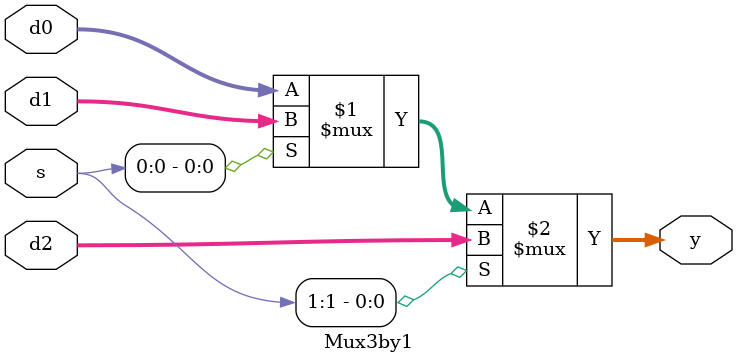
<source format=v>
 module Mux3by1 #(parameter WIDTH = 8)
                 (input [WIDTH-1:0] d0, d1, d2,
                  input [1:0]s,
                  output [WIDTH-1:0] y);
     assign y = s[1] ? d2 : (s[0] ? d1 : d0);
 endmodule
</source>
